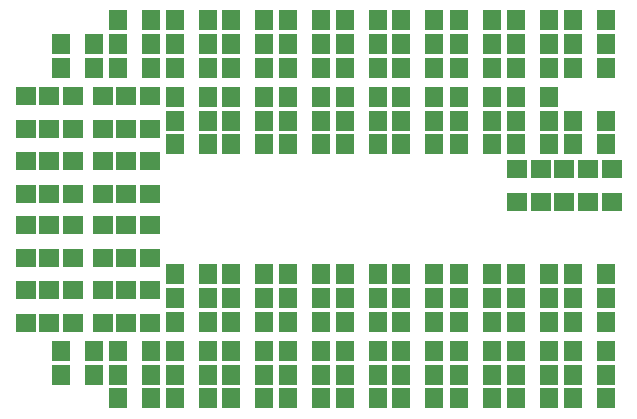
<source format=gtp>
G04*
G04 #@! TF.GenerationSoftware,Altium Limited,Altium Designer,18.1.7 (191)*
G04*
G04 Layer_Color=8421504*
%FSLAX44Y44*%
%MOMM*%
G71*
G01*
G75*
%ADD13R,1.6000X1.8000*%
%ADD14R,1.8000X1.6000*%
D13*
X-86000Y55000D02*
D03*
X-58000D02*
D03*
X-10000Y75000D02*
D03*
X-38000D02*
D03*
X231000Y-120000D02*
D03*
X203000D02*
D03*
X231000Y-140000D02*
D03*
X203000D02*
D03*
X231000Y-160000D02*
D03*
X203000D02*
D03*
X183000Y-55000D02*
D03*
X155000D02*
D03*
X183000Y-75000D02*
D03*
X155000D02*
D03*
X183000Y-95000D02*
D03*
X155000D02*
D03*
X231000Y-55000D02*
D03*
X203000D02*
D03*
X231000Y-75000D02*
D03*
X203000D02*
D03*
X231001Y-95002D02*
D03*
X203001D02*
D03*
X231000Y75000D02*
D03*
X203000D02*
D03*
X231000Y54998D02*
D03*
X203000D02*
D03*
X155000Y55000D02*
D03*
X183000D02*
D03*
X155000Y75000D02*
D03*
X183000D02*
D03*
X155000Y95000D02*
D03*
X183000D02*
D03*
X135000Y-55000D02*
D03*
X107000D02*
D03*
X135000Y-75000D02*
D03*
X107000D02*
D03*
X135000Y-95000D02*
D03*
X107000D02*
D03*
X86000Y-55000D02*
D03*
X58000D02*
D03*
X86000Y-75000D02*
D03*
X58000D02*
D03*
X86000Y-95000D02*
D03*
X58000D02*
D03*
X38000Y-55000D02*
D03*
X10000D02*
D03*
X38000Y-75000D02*
D03*
X10000D02*
D03*
X38001Y-95003D02*
D03*
X10001D02*
D03*
X-10000Y-55000D02*
D03*
X-38000D02*
D03*
X-10000Y-75000D02*
D03*
X-38000D02*
D03*
X-9999Y-95002D02*
D03*
X-37999D02*
D03*
X-58000Y-55000D02*
D03*
X-86000D02*
D03*
X-58000Y-75000D02*
D03*
X-86000D02*
D03*
X-57999Y-95002D02*
D03*
X-85999D02*
D03*
X-106000Y-55000D02*
D03*
X-134000D02*
D03*
X-106000Y-75000D02*
D03*
X-134000D02*
D03*
X-105999Y-95002D02*
D03*
X-133999D02*
D03*
X-106000Y95000D02*
D03*
X-134000D02*
D03*
X-106000Y75000D02*
D03*
X-134000D02*
D03*
X-105999Y54999D02*
D03*
X-133999D02*
D03*
X-58000Y95000D02*
D03*
X-86000D02*
D03*
X-58000Y75000D02*
D03*
X-86000D02*
D03*
X-10000Y95000D02*
D03*
X-38000D02*
D03*
X-10000Y55000D02*
D03*
X-38000D02*
D03*
X38000Y95000D02*
D03*
X10000D02*
D03*
X38000Y75000D02*
D03*
X10000D02*
D03*
X38000Y55000D02*
D03*
X10000D02*
D03*
X86000Y95000D02*
D03*
X58000D02*
D03*
X86000Y75000D02*
D03*
X58000D02*
D03*
X86000Y55000D02*
D03*
X58000D02*
D03*
X135000Y95000D02*
D03*
X107000D02*
D03*
X135000Y75000D02*
D03*
X107000D02*
D03*
X135001Y54998D02*
D03*
X107001D02*
D03*
X183000Y-120000D02*
D03*
X155000D02*
D03*
X183000Y-140000D02*
D03*
X155000D02*
D03*
X183001Y-160001D02*
D03*
X155001D02*
D03*
X135000Y-120000D02*
D03*
X107000D02*
D03*
X135000Y-140000D02*
D03*
X107000D02*
D03*
X135001Y-160002D02*
D03*
X107001D02*
D03*
X86000Y-120000D02*
D03*
X58000D02*
D03*
X86000Y-140000D02*
D03*
X58000D02*
D03*
X86000Y-160000D02*
D03*
X58000D02*
D03*
X38000Y-120000D02*
D03*
X10000D02*
D03*
X38000Y-140000D02*
D03*
X10000D02*
D03*
X38001Y-160002D02*
D03*
X10001D02*
D03*
X-10000Y-120000D02*
D03*
X-38000D02*
D03*
X-10000Y-140000D02*
D03*
X-38000D02*
D03*
X-10000Y-160000D02*
D03*
X-38000D02*
D03*
X-58000Y-120000D02*
D03*
X-86000D02*
D03*
X-58000Y-140000D02*
D03*
X-86000D02*
D03*
X-58000Y-160000D02*
D03*
X-86000D02*
D03*
X-106000Y-120000D02*
D03*
X-134000D02*
D03*
X-106000Y-140000D02*
D03*
X-134000D02*
D03*
X-106000Y-160000D02*
D03*
X-134000D02*
D03*
X-154000Y-120000D02*
D03*
X-182000D02*
D03*
X-154000Y-140000D02*
D03*
X-182000D02*
D03*
X-154000Y-160000D02*
D03*
X-182000D02*
D03*
X-202000Y-120000D02*
D03*
X-230000D02*
D03*
X-202000Y-140000D02*
D03*
X-230000D02*
D03*
X-10000Y120000D02*
D03*
X-38000D02*
D03*
X-154001Y160002D02*
D03*
X-182001D02*
D03*
X-154000Y140000D02*
D03*
X-182000D02*
D03*
X-58000Y120000D02*
D03*
X-86000D02*
D03*
X-202000Y140000D02*
D03*
X-230000D02*
D03*
X38000Y120000D02*
D03*
X10000D02*
D03*
X-106000Y160000D02*
D03*
X-134000D02*
D03*
X-106000Y140000D02*
D03*
X-134000D02*
D03*
X86000Y120000D02*
D03*
X58000D02*
D03*
X-58000Y160000D02*
D03*
X-86000D02*
D03*
X-58000Y140000D02*
D03*
X-86000D02*
D03*
X38000Y160000D02*
D03*
X10000D02*
D03*
X38000Y140000D02*
D03*
X10000D02*
D03*
X183000Y120000D02*
D03*
X155000D02*
D03*
X-10000Y140000D02*
D03*
X-38000D02*
D03*
X135000Y120000D02*
D03*
X107000D02*
D03*
X-10000Y160000D02*
D03*
X-38000D02*
D03*
X86000Y140000D02*
D03*
X58000D02*
D03*
X-106000Y120000D02*
D03*
X-134000D02*
D03*
X135000Y160000D02*
D03*
X107000D02*
D03*
X135000Y140000D02*
D03*
X107000D02*
D03*
X86000Y160000D02*
D03*
X58000D02*
D03*
X231000Y120000D02*
D03*
X203000D02*
D03*
X-154000D02*
D03*
X-182000D02*
D03*
X183000Y160000D02*
D03*
X155000D02*
D03*
X-202000Y120000D02*
D03*
X-230000D02*
D03*
X183000Y140000D02*
D03*
X155000D02*
D03*
X231000Y160002D02*
D03*
X203000D02*
D03*
X231000Y140000D02*
D03*
X203000D02*
D03*
D14*
X196000Y6000D02*
D03*
Y34000D02*
D03*
X176000Y6000D02*
D03*
Y34000D02*
D03*
X156000Y6000D02*
D03*
Y34000D02*
D03*
X-155000Y-96000D02*
D03*
Y-68000D02*
D03*
X-175000Y-96000D02*
D03*
Y-68000D02*
D03*
X-195002Y-96001D02*
D03*
Y-68001D02*
D03*
X-155000Y68000D02*
D03*
Y96000D02*
D03*
X-175000Y68000D02*
D03*
Y96000D02*
D03*
X-195002Y67999D02*
D03*
Y95999D02*
D03*
X-155000Y-41000D02*
D03*
Y-13000D02*
D03*
X-175000Y-41000D02*
D03*
Y-13000D02*
D03*
X-195001Y-41001D02*
D03*
Y-13001D02*
D03*
X-155000Y13000D02*
D03*
Y41000D02*
D03*
X-175000Y13000D02*
D03*
Y41000D02*
D03*
X-195000Y13000D02*
D03*
Y41000D02*
D03*
X216000Y34000D02*
D03*
Y6000D02*
D03*
X-220000Y-41000D02*
D03*
Y-13000D02*
D03*
X-240000Y-41000D02*
D03*
Y-13000D02*
D03*
X-260000Y-41000D02*
D03*
Y-13000D02*
D03*
X-220000Y13000D02*
D03*
Y41000D02*
D03*
X-240000Y13000D02*
D03*
Y41000D02*
D03*
X-260000Y13000D02*
D03*
Y41000D02*
D03*
X-220000Y-96000D02*
D03*
Y-68000D02*
D03*
X-240000Y-96000D02*
D03*
Y-68000D02*
D03*
X-260000Y-96000D02*
D03*
Y-68000D02*
D03*
Y68000D02*
D03*
Y96000D02*
D03*
X-240000Y68000D02*
D03*
Y96000D02*
D03*
X-220000Y68000D02*
D03*
Y96000D02*
D03*
X236000Y34000D02*
D03*
Y6000D02*
D03*
M02*

</source>
